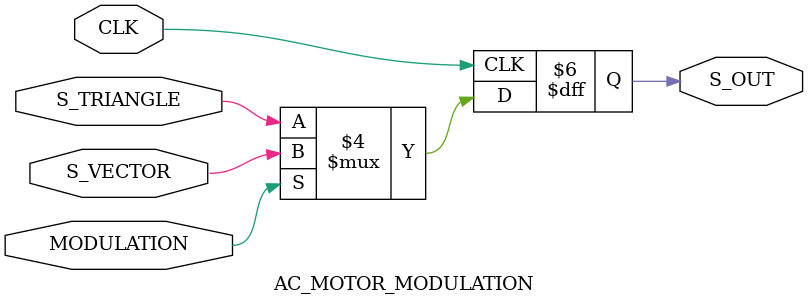
<source format=v>
module AC_MOTOR_MODULATION(
	input CLK,
	input MODULATION,
	input S_TRIANGLE,
	input S_VECTOR,
	output reg S_OUT
);

initial begin
	S_OUT <= 0;
end

always @(posedge CLK) begin
	if (MODULATION) begin
		S_OUT <= S_VECTOR;
	end else begin
		S_OUT <= S_TRIANGLE;
	end
end

endmodule

</source>
